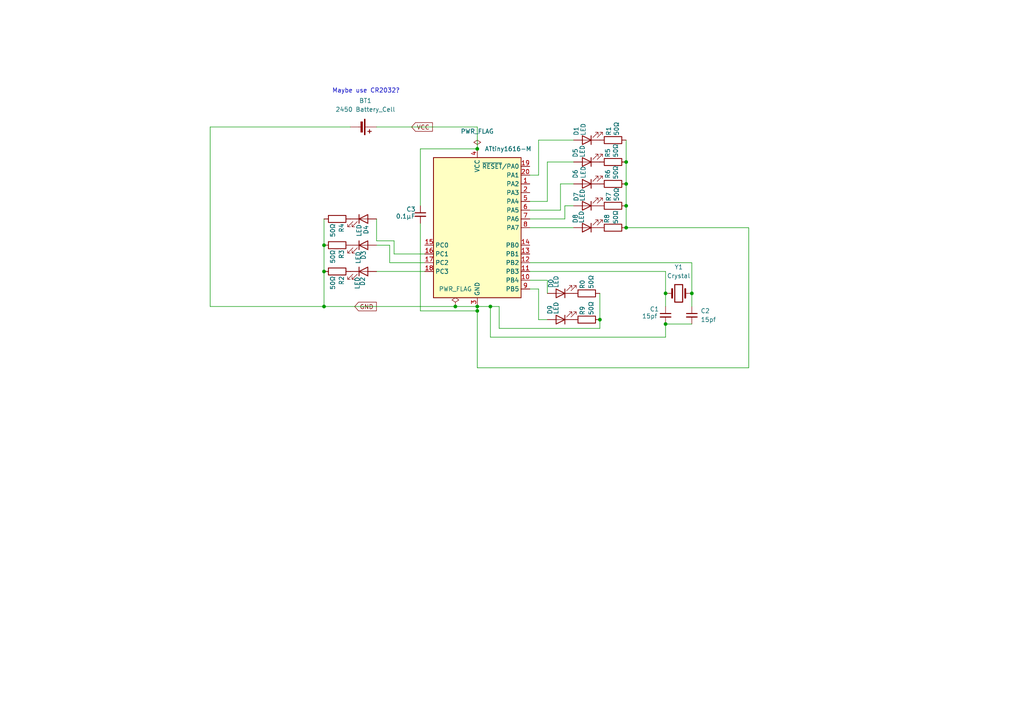
<source format=kicad_sch>
(kicad_sch
	(version 20250114)
	(generator "eeschema")
	(generator_version "9.0")
	(uuid "bc3b0f77-13c8-4ae5-b55c-5fe989ebeedc")
	(paper "A4")
	(lib_symbols
		(symbol "Device:Battery_Cell"
			(pin_numbers
				(hide yes)
			)
			(pin_names
				(offset 0)
				(hide yes)
			)
			(exclude_from_sim no)
			(in_bom yes)
			(on_board yes)
			(property "Reference" "BT"
				(at 2.54 2.54 0)
				(effects
					(font
						(size 1.27 1.27)
					)
					(justify left)
				)
			)
			(property "Value" "Battery_Cell"
				(at 2.54 0 0)
				(effects
					(font
						(size 1.27 1.27)
					)
					(justify left)
				)
			)
			(property "Footprint" ""
				(at 0 1.524 90)
				(effects
					(font
						(size 1.27 1.27)
					)
					(hide yes)
				)
			)
			(property "Datasheet" "~"
				(at 0 1.524 90)
				(effects
					(font
						(size 1.27 1.27)
					)
					(hide yes)
				)
			)
			(property "Description" "Single-cell battery"
				(at 0 0 0)
				(effects
					(font
						(size 1.27 1.27)
					)
					(hide yes)
				)
			)
			(property "ki_keywords" "battery cell"
				(at 0 0 0)
				(effects
					(font
						(size 1.27 1.27)
					)
					(hide yes)
				)
			)
			(symbol "Battery_Cell_0_1"
				(rectangle
					(start -2.286 1.778)
					(end 2.286 1.524)
					(stroke
						(width 0)
						(type default)
					)
					(fill
						(type outline)
					)
				)
				(rectangle
					(start -1.524 1.016)
					(end 1.524 0.508)
					(stroke
						(width 0)
						(type default)
					)
					(fill
						(type outline)
					)
				)
				(polyline
					(pts
						(xy 0 1.778) (xy 0 2.54)
					)
					(stroke
						(width 0)
						(type default)
					)
					(fill
						(type none)
					)
				)
				(polyline
					(pts
						(xy 0 0.762) (xy 0 0)
					)
					(stroke
						(width 0)
						(type default)
					)
					(fill
						(type none)
					)
				)
				(polyline
					(pts
						(xy 0.762 3.048) (xy 1.778 3.048)
					)
					(stroke
						(width 0.254)
						(type default)
					)
					(fill
						(type none)
					)
				)
				(polyline
					(pts
						(xy 1.27 3.556) (xy 1.27 2.54)
					)
					(stroke
						(width 0.254)
						(type default)
					)
					(fill
						(type none)
					)
				)
			)
			(symbol "Battery_Cell_1_1"
				(pin passive line
					(at 0 5.08 270)
					(length 2.54)
					(name "+"
						(effects
							(font
								(size 1.27 1.27)
							)
						)
					)
					(number "1"
						(effects
							(font
								(size 1.27 1.27)
							)
						)
					)
				)
				(pin passive line
					(at 0 -2.54 90)
					(length 2.54)
					(name "-"
						(effects
							(font
								(size 1.27 1.27)
							)
						)
					)
					(number "2"
						(effects
							(font
								(size 1.27 1.27)
							)
						)
					)
				)
			)
			(embedded_fonts no)
		)
		(symbol "Device:C_Small"
			(pin_numbers
				(hide yes)
			)
			(pin_names
				(offset 0.254)
				(hide yes)
			)
			(exclude_from_sim no)
			(in_bom yes)
			(on_board yes)
			(property "Reference" "C"
				(at 0.254 1.778 0)
				(effects
					(font
						(size 1.27 1.27)
					)
					(justify left)
				)
			)
			(property "Value" "C_Small"
				(at 0.254 -2.032 0)
				(effects
					(font
						(size 1.27 1.27)
					)
					(justify left)
				)
			)
			(property "Footprint" ""
				(at 0 0 0)
				(effects
					(font
						(size 1.27 1.27)
					)
					(hide yes)
				)
			)
			(property "Datasheet" "~"
				(at 0 0 0)
				(effects
					(font
						(size 1.27 1.27)
					)
					(hide yes)
				)
			)
			(property "Description" "Unpolarized capacitor, small symbol"
				(at 0 0 0)
				(effects
					(font
						(size 1.27 1.27)
					)
					(hide yes)
				)
			)
			(property "ki_keywords" "capacitor cap"
				(at 0 0 0)
				(effects
					(font
						(size 1.27 1.27)
					)
					(hide yes)
				)
			)
			(property "ki_fp_filters" "C_*"
				(at 0 0 0)
				(effects
					(font
						(size 1.27 1.27)
					)
					(hide yes)
				)
			)
			(symbol "C_Small_0_1"
				(polyline
					(pts
						(xy -1.524 0.508) (xy 1.524 0.508)
					)
					(stroke
						(width 0.3048)
						(type default)
					)
					(fill
						(type none)
					)
				)
				(polyline
					(pts
						(xy -1.524 -0.508) (xy 1.524 -0.508)
					)
					(stroke
						(width 0.3302)
						(type default)
					)
					(fill
						(type none)
					)
				)
			)
			(symbol "C_Small_1_1"
				(pin passive line
					(at 0 2.54 270)
					(length 2.032)
					(name "~"
						(effects
							(font
								(size 1.27 1.27)
							)
						)
					)
					(number "1"
						(effects
							(font
								(size 1.27 1.27)
							)
						)
					)
				)
				(pin passive line
					(at 0 -2.54 90)
					(length 2.032)
					(name "~"
						(effects
							(font
								(size 1.27 1.27)
							)
						)
					)
					(number "2"
						(effects
							(font
								(size 1.27 1.27)
							)
						)
					)
				)
			)
			(embedded_fonts no)
		)
		(symbol "Device:Crystal"
			(pin_numbers
				(hide yes)
			)
			(pin_names
				(offset 1.016)
				(hide yes)
			)
			(exclude_from_sim no)
			(in_bom yes)
			(on_board yes)
			(property "Reference" "Y"
				(at 0 3.81 0)
				(effects
					(font
						(size 1.27 1.27)
					)
				)
			)
			(property "Value" "Crystal"
				(at 0 -3.81 0)
				(effects
					(font
						(size 1.27 1.27)
					)
				)
			)
			(property "Footprint" ""
				(at 0 0 0)
				(effects
					(font
						(size 1.27 1.27)
					)
					(hide yes)
				)
			)
			(property "Datasheet" "~"
				(at 0 0 0)
				(effects
					(font
						(size 1.27 1.27)
					)
					(hide yes)
				)
			)
			(property "Description" "Two pin crystal"
				(at 0 0 0)
				(effects
					(font
						(size 1.27 1.27)
					)
					(hide yes)
				)
			)
			(property "ki_keywords" "quartz ceramic resonator oscillator"
				(at 0 0 0)
				(effects
					(font
						(size 1.27 1.27)
					)
					(hide yes)
				)
			)
			(property "ki_fp_filters" "Crystal*"
				(at 0 0 0)
				(effects
					(font
						(size 1.27 1.27)
					)
					(hide yes)
				)
			)
			(symbol "Crystal_0_1"
				(polyline
					(pts
						(xy -2.54 0) (xy -1.905 0)
					)
					(stroke
						(width 0)
						(type default)
					)
					(fill
						(type none)
					)
				)
				(polyline
					(pts
						(xy -1.905 -1.27) (xy -1.905 1.27)
					)
					(stroke
						(width 0.508)
						(type default)
					)
					(fill
						(type none)
					)
				)
				(rectangle
					(start -1.143 2.54)
					(end 1.143 -2.54)
					(stroke
						(width 0.3048)
						(type default)
					)
					(fill
						(type none)
					)
				)
				(polyline
					(pts
						(xy 1.905 -1.27) (xy 1.905 1.27)
					)
					(stroke
						(width 0.508)
						(type default)
					)
					(fill
						(type none)
					)
				)
				(polyline
					(pts
						(xy 2.54 0) (xy 1.905 0)
					)
					(stroke
						(width 0)
						(type default)
					)
					(fill
						(type none)
					)
				)
			)
			(symbol "Crystal_1_1"
				(pin passive line
					(at -3.81 0 0)
					(length 1.27)
					(name "1"
						(effects
							(font
								(size 1.27 1.27)
							)
						)
					)
					(number "1"
						(effects
							(font
								(size 1.27 1.27)
							)
						)
					)
				)
				(pin passive line
					(at 3.81 0 180)
					(length 1.27)
					(name "2"
						(effects
							(font
								(size 1.27 1.27)
							)
						)
					)
					(number "2"
						(effects
							(font
								(size 1.27 1.27)
							)
						)
					)
				)
			)
			(embedded_fonts no)
		)
		(symbol "Device:LED"
			(pin_numbers
				(hide yes)
			)
			(pin_names
				(offset 1.016)
				(hide yes)
			)
			(exclude_from_sim no)
			(in_bom yes)
			(on_board yes)
			(property "Reference" "D"
				(at 0 2.54 0)
				(effects
					(font
						(size 1.27 1.27)
					)
				)
			)
			(property "Value" "LED"
				(at 0 -2.54 0)
				(effects
					(font
						(size 1.27 1.27)
					)
				)
			)
			(property "Footprint" ""
				(at 0 0 0)
				(effects
					(font
						(size 1.27 1.27)
					)
					(hide yes)
				)
			)
			(property "Datasheet" "~"
				(at 0 0 0)
				(effects
					(font
						(size 1.27 1.27)
					)
					(hide yes)
				)
			)
			(property "Description" "Light emitting diode"
				(at 0 0 0)
				(effects
					(font
						(size 1.27 1.27)
					)
					(hide yes)
				)
			)
			(property "Sim.Pins" "1=K 2=A"
				(at 0 0 0)
				(effects
					(font
						(size 1.27 1.27)
					)
					(hide yes)
				)
			)
			(property "ki_keywords" "LED diode"
				(at 0 0 0)
				(effects
					(font
						(size 1.27 1.27)
					)
					(hide yes)
				)
			)
			(property "ki_fp_filters" "LED* LED_SMD:* LED_THT:*"
				(at 0 0 0)
				(effects
					(font
						(size 1.27 1.27)
					)
					(hide yes)
				)
			)
			(symbol "LED_0_1"
				(polyline
					(pts
						(xy -3.048 -0.762) (xy -4.572 -2.286) (xy -3.81 -2.286) (xy -4.572 -2.286) (xy -4.572 -1.524)
					)
					(stroke
						(width 0)
						(type default)
					)
					(fill
						(type none)
					)
				)
				(polyline
					(pts
						(xy -1.778 -0.762) (xy -3.302 -2.286) (xy -2.54 -2.286) (xy -3.302 -2.286) (xy -3.302 -1.524)
					)
					(stroke
						(width 0)
						(type default)
					)
					(fill
						(type none)
					)
				)
				(polyline
					(pts
						(xy -1.27 0) (xy 1.27 0)
					)
					(stroke
						(width 0)
						(type default)
					)
					(fill
						(type none)
					)
				)
				(polyline
					(pts
						(xy -1.27 -1.27) (xy -1.27 1.27)
					)
					(stroke
						(width 0.254)
						(type default)
					)
					(fill
						(type none)
					)
				)
				(polyline
					(pts
						(xy 1.27 -1.27) (xy 1.27 1.27) (xy -1.27 0) (xy 1.27 -1.27)
					)
					(stroke
						(width 0.254)
						(type default)
					)
					(fill
						(type none)
					)
				)
			)
			(symbol "LED_1_1"
				(pin passive line
					(at -3.81 0 0)
					(length 2.54)
					(name "K"
						(effects
							(font
								(size 1.27 1.27)
							)
						)
					)
					(number "1"
						(effects
							(font
								(size 1.27 1.27)
							)
						)
					)
				)
				(pin passive line
					(at 3.81 0 180)
					(length 2.54)
					(name "A"
						(effects
							(font
								(size 1.27 1.27)
							)
						)
					)
					(number "2"
						(effects
							(font
								(size 1.27 1.27)
							)
						)
					)
				)
			)
			(embedded_fonts no)
		)
		(symbol "Device:R"
			(pin_numbers
				(hide yes)
			)
			(pin_names
				(offset 0)
			)
			(exclude_from_sim no)
			(in_bom yes)
			(on_board yes)
			(property "Reference" "R"
				(at 2.032 0 90)
				(effects
					(font
						(size 1.27 1.27)
					)
				)
			)
			(property "Value" "R"
				(at 0 0 90)
				(effects
					(font
						(size 1.27 1.27)
					)
				)
			)
			(property "Footprint" ""
				(at -1.778 0 90)
				(effects
					(font
						(size 1.27 1.27)
					)
					(hide yes)
				)
			)
			(property "Datasheet" "~"
				(at 0 0 0)
				(effects
					(font
						(size 1.27 1.27)
					)
					(hide yes)
				)
			)
			(property "Description" "Resistor"
				(at 0 0 0)
				(effects
					(font
						(size 1.27 1.27)
					)
					(hide yes)
				)
			)
			(property "ki_keywords" "R res resistor"
				(at 0 0 0)
				(effects
					(font
						(size 1.27 1.27)
					)
					(hide yes)
				)
			)
			(property "ki_fp_filters" "R_*"
				(at 0 0 0)
				(effects
					(font
						(size 1.27 1.27)
					)
					(hide yes)
				)
			)
			(symbol "R_0_1"
				(rectangle
					(start -1.016 -2.54)
					(end 1.016 2.54)
					(stroke
						(width 0.254)
						(type default)
					)
					(fill
						(type none)
					)
				)
			)
			(symbol "R_1_1"
				(pin passive line
					(at 0 3.81 270)
					(length 1.27)
					(name "~"
						(effects
							(font
								(size 1.27 1.27)
							)
						)
					)
					(number "1"
						(effects
							(font
								(size 1.27 1.27)
							)
						)
					)
				)
				(pin passive line
					(at 0 -3.81 90)
					(length 1.27)
					(name "~"
						(effects
							(font
								(size 1.27 1.27)
							)
						)
					)
					(number "2"
						(effects
							(font
								(size 1.27 1.27)
							)
						)
					)
				)
			)
			(embedded_fonts no)
		)
		(symbol "MCU_Microchip_ATtiny:ATtiny1616-M"
			(exclude_from_sim no)
			(in_bom yes)
			(on_board yes)
			(property "Reference" "U"
				(at -12.7 21.59 0)
				(effects
					(font
						(size 1.27 1.27)
					)
					(justify left bottom)
				)
			)
			(property "Value" "ATtiny1616-M"
				(at 2.54 -21.59 0)
				(effects
					(font
						(size 1.27 1.27)
					)
					(justify left top)
				)
			)
			(property "Footprint" "Package_DFN_QFN:VQFN-20-1EP_3x3mm_P0.4mm_EP1.7x1.7mm"
				(at 0 0 0)
				(effects
					(font
						(size 1.27 1.27)
						(italic yes)
					)
					(hide yes)
				)
			)
			(property "Datasheet" "http://ww1.microchip.com/downloads/en/DeviceDoc/ATtiny3216_ATtiny1616-data-sheet-40001997B.pdf"
				(at 0 0 0)
				(effects
					(font
						(size 1.27 1.27)
					)
					(hide yes)
				)
			)
			(property "Description" "20MHz, 16kB Flash, 2kB SRAM, 256B EEPROM, VQFN-20"
				(at 0 0 0)
				(effects
					(font
						(size 1.27 1.27)
					)
					(hide yes)
				)
			)
			(property "ki_keywords" "AVR 8bit Microcontroller tinyAVR"
				(at 0 0 0)
				(effects
					(font
						(size 1.27 1.27)
					)
					(hide yes)
				)
			)
			(property "ki_fp_filters" "VQFN*1EP*3x3mm*P0.4mm*"
				(at 0 0 0)
				(effects
					(font
						(size 1.27 1.27)
					)
					(hide yes)
				)
			)
			(symbol "ATtiny1616-M_0_1"
				(rectangle
					(start -12.7 -20.32)
					(end 12.7 20.32)
					(stroke
						(width 0.254)
						(type default)
					)
					(fill
						(type background)
					)
				)
			)
			(symbol "ATtiny1616-M_1_1"
				(pin bidirectional line
					(at -15.24 -5.08 0)
					(length 2.54)
					(name "PC0"
						(effects
							(font
								(size 1.27 1.27)
							)
						)
					)
					(number "15"
						(effects
							(font
								(size 1.27 1.27)
							)
						)
					)
				)
				(pin bidirectional line
					(at -15.24 -7.62 0)
					(length 2.54)
					(name "PC1"
						(effects
							(font
								(size 1.27 1.27)
							)
						)
					)
					(number "16"
						(effects
							(font
								(size 1.27 1.27)
							)
						)
					)
				)
				(pin bidirectional line
					(at -15.24 -10.16 0)
					(length 2.54)
					(name "PC2"
						(effects
							(font
								(size 1.27 1.27)
							)
						)
					)
					(number "17"
						(effects
							(font
								(size 1.27 1.27)
							)
						)
					)
				)
				(pin bidirectional line
					(at -15.24 -12.7 0)
					(length 2.54)
					(name "PC3"
						(effects
							(font
								(size 1.27 1.27)
							)
						)
					)
					(number "18"
						(effects
							(font
								(size 1.27 1.27)
							)
						)
					)
				)
				(pin power_in line
					(at 0 22.86 270)
					(length 2.54)
					(name "VCC"
						(effects
							(font
								(size 1.27 1.27)
							)
						)
					)
					(number "4"
						(effects
							(font
								(size 1.27 1.27)
							)
						)
					)
				)
				(pin passive line
					(at 0 -22.86 90)
					(length 2.54)
					(hide yes)
					(name "GND"
						(effects
							(font
								(size 1.27 1.27)
							)
						)
					)
					(number "21"
						(effects
							(font
								(size 1.27 1.27)
							)
						)
					)
				)
				(pin power_in line
					(at 0 -22.86 90)
					(length 2.54)
					(name "GND"
						(effects
							(font
								(size 1.27 1.27)
							)
						)
					)
					(number "3"
						(effects
							(font
								(size 1.27 1.27)
							)
						)
					)
				)
				(pin bidirectional line
					(at 15.24 17.78 180)
					(length 2.54)
					(name "~{RESET}/PA0"
						(effects
							(font
								(size 1.27 1.27)
							)
						)
					)
					(number "19"
						(effects
							(font
								(size 1.27 1.27)
							)
						)
					)
				)
				(pin bidirectional line
					(at 15.24 15.24 180)
					(length 2.54)
					(name "PA1"
						(effects
							(font
								(size 1.27 1.27)
							)
						)
					)
					(number "20"
						(effects
							(font
								(size 1.27 1.27)
							)
						)
					)
				)
				(pin bidirectional line
					(at 15.24 12.7 180)
					(length 2.54)
					(name "PA2"
						(effects
							(font
								(size 1.27 1.27)
							)
						)
					)
					(number "1"
						(effects
							(font
								(size 1.27 1.27)
							)
						)
					)
				)
				(pin bidirectional line
					(at 15.24 10.16 180)
					(length 2.54)
					(name "PA3"
						(effects
							(font
								(size 1.27 1.27)
							)
						)
					)
					(number "2"
						(effects
							(font
								(size 1.27 1.27)
							)
						)
					)
				)
				(pin bidirectional line
					(at 15.24 7.62 180)
					(length 2.54)
					(name "PA4"
						(effects
							(font
								(size 1.27 1.27)
							)
						)
					)
					(number "5"
						(effects
							(font
								(size 1.27 1.27)
							)
						)
					)
				)
				(pin bidirectional line
					(at 15.24 5.08 180)
					(length 2.54)
					(name "PA5"
						(effects
							(font
								(size 1.27 1.27)
							)
						)
					)
					(number "6"
						(effects
							(font
								(size 1.27 1.27)
							)
						)
					)
				)
				(pin bidirectional line
					(at 15.24 2.54 180)
					(length 2.54)
					(name "PA6"
						(effects
							(font
								(size 1.27 1.27)
							)
						)
					)
					(number "7"
						(effects
							(font
								(size 1.27 1.27)
							)
						)
					)
				)
				(pin bidirectional line
					(at 15.24 0 180)
					(length 2.54)
					(name "PA7"
						(effects
							(font
								(size 1.27 1.27)
							)
						)
					)
					(number "8"
						(effects
							(font
								(size 1.27 1.27)
							)
						)
					)
				)
				(pin bidirectional line
					(at 15.24 -5.08 180)
					(length 2.54)
					(name "PB0"
						(effects
							(font
								(size 1.27 1.27)
							)
						)
					)
					(number "14"
						(effects
							(font
								(size 1.27 1.27)
							)
						)
					)
				)
				(pin bidirectional line
					(at 15.24 -7.62 180)
					(length 2.54)
					(name "PB1"
						(effects
							(font
								(size 1.27 1.27)
							)
						)
					)
					(number "13"
						(effects
							(font
								(size 1.27 1.27)
							)
						)
					)
				)
				(pin bidirectional line
					(at 15.24 -10.16 180)
					(length 2.54)
					(name "PB2"
						(effects
							(font
								(size 1.27 1.27)
							)
						)
					)
					(number "12"
						(effects
							(font
								(size 1.27 1.27)
							)
						)
					)
				)
				(pin bidirectional line
					(at 15.24 -12.7 180)
					(length 2.54)
					(name "PB3"
						(effects
							(font
								(size 1.27 1.27)
							)
						)
					)
					(number "11"
						(effects
							(font
								(size 1.27 1.27)
							)
						)
					)
				)
				(pin bidirectional line
					(at 15.24 -15.24 180)
					(length 2.54)
					(name "PB4"
						(effects
							(font
								(size 1.27 1.27)
							)
						)
					)
					(number "10"
						(effects
							(font
								(size 1.27 1.27)
							)
						)
					)
				)
				(pin bidirectional line
					(at 15.24 -17.78 180)
					(length 2.54)
					(name "PB5"
						(effects
							(font
								(size 1.27 1.27)
							)
						)
					)
					(number "9"
						(effects
							(font
								(size 1.27 1.27)
							)
						)
					)
				)
			)
			(embedded_fonts no)
		)
		(symbol "power:PWR_FLAG"
			(power)
			(pin_numbers
				(hide yes)
			)
			(pin_names
				(offset 0)
				(hide yes)
			)
			(exclude_from_sim no)
			(in_bom yes)
			(on_board yes)
			(property "Reference" "#FLG"
				(at 0 1.905 0)
				(effects
					(font
						(size 1.27 1.27)
					)
					(hide yes)
				)
			)
			(property "Value" "PWR_FLAG"
				(at 0 3.81 0)
				(effects
					(font
						(size 1.27 1.27)
					)
				)
			)
			(property "Footprint" ""
				(at 0 0 0)
				(effects
					(font
						(size 1.27 1.27)
					)
					(hide yes)
				)
			)
			(property "Datasheet" "~"
				(at 0 0 0)
				(effects
					(font
						(size 1.27 1.27)
					)
					(hide yes)
				)
			)
			(property "Description" "Special symbol for telling ERC where power comes from"
				(at 0 0 0)
				(effects
					(font
						(size 1.27 1.27)
					)
					(hide yes)
				)
			)
			(property "ki_keywords" "flag power"
				(at 0 0 0)
				(effects
					(font
						(size 1.27 1.27)
					)
					(hide yes)
				)
			)
			(symbol "PWR_FLAG_0_0"
				(pin power_out line
					(at 0 0 90)
					(length 0)
					(name "~"
						(effects
							(font
								(size 1.27 1.27)
							)
						)
					)
					(number "1"
						(effects
							(font
								(size 1.27 1.27)
							)
						)
					)
				)
			)
			(symbol "PWR_FLAG_0_1"
				(polyline
					(pts
						(xy 0 0) (xy 0 1.27) (xy -1.016 1.905) (xy 0 2.54) (xy 1.016 1.905) (xy 0 1.27)
					)
					(stroke
						(width 0)
						(type default)
					)
					(fill
						(type none)
					)
				)
			)
			(embedded_fonts no)
		)
	)
	(text "Maybe use CR2032?"
		(exclude_from_sim no)
		(at 106.172 26.416 0)
		(effects
			(font
				(size 1.27 1.27)
			)
		)
		(uuid "087d4dd8-0b4c-4459-b950-083bcd72ce7d")
	)
	(junction
		(at 138.43 90.17)
		(diameter 0)
		(color 0 0 0 0)
		(uuid "0f3fe6c4-51df-43c9-963c-661f5c182ac9")
	)
	(junction
		(at 181.61 53.34)
		(diameter 0)
		(color 0 0 0 0)
		(uuid "112b10ce-0fd8-4d29-8273-e9e26d2e1548")
	)
	(junction
		(at 181.61 59.69)
		(diameter 0)
		(color 0 0 0 0)
		(uuid "22af5db6-5b0a-464a-8acc-5e972d998867")
	)
	(junction
		(at 200.66 85.09)
		(diameter 0)
		(color 0 0 0 0)
		(uuid "292ff57a-5ca1-4ea0-9040-01522938cbd7")
	)
	(junction
		(at 181.61 66.04)
		(diameter 0)
		(color 0 0 0 0)
		(uuid "344a1ef5-1864-456e-ac17-7deb0551e17f")
	)
	(junction
		(at 138.43 88.9)
		(diameter 0)
		(color 0 0 0 0)
		(uuid "3f17c03d-105e-44d4-bc80-cb1b53c1299e")
	)
	(junction
		(at 93.98 78.74)
		(diameter 0)
		(color 0 0 0 0)
		(uuid "5957d78a-cd8f-4074-8319-50e8dc7716e6")
	)
	(junction
		(at 138.43 43.18)
		(diameter 0)
		(color 0 0 0 0)
		(uuid "6141ec4b-b9bc-4eeb-967c-80e1630fed32")
	)
	(junction
		(at 193.04 93.98)
		(diameter 0)
		(color 0 0 0 0)
		(uuid "62d199e3-4c8c-4752-aff7-48757caa01fd")
	)
	(junction
		(at 93.98 71.12)
		(diameter 0)
		(color 0 0 0 0)
		(uuid "87486f82-0013-4137-affd-58a9def49605")
	)
	(junction
		(at 193.04 85.09)
		(diameter 0)
		(color 0 0 0 0)
		(uuid "aa003893-2327-4965-8b61-f12e1c71c935")
	)
	(junction
		(at 132.08 88.9)
		(diameter 0)
		(color 0 0 0 0)
		(uuid "add5a9cb-5cb8-4b33-9606-5cc1791b0ab1")
	)
	(junction
		(at 93.98 88.9)
		(diameter 0)
		(color 0 0 0 0)
		(uuid "b1a00a89-c21d-4ebe-ba72-2be6d316d378")
	)
	(junction
		(at 181.61 46.99)
		(diameter 0)
		(color 0 0 0 0)
		(uuid "c68f7146-9960-4435-969a-907f96156fc1")
	)
	(junction
		(at 142.24 88.9)
		(diameter 0)
		(color 0 0 0 0)
		(uuid "dab266ca-6af2-4049-9bdd-3e5b91fb120f")
	)
	(junction
		(at 173.99 92.71)
		(diameter 0)
		(color 0 0 0 0)
		(uuid "eafe8ca8-897d-4c5e-9552-cb5fb615de39")
	)
	(wire
		(pts
			(xy 173.99 92.71) (xy 173.99 95.25)
		)
		(stroke
			(width 0)
			(type default)
		)
		(uuid "021df7aa-4ac6-4c68-abd5-0643921e12a5")
	)
	(wire
		(pts
			(xy 114.3 69.85) (xy 109.22 69.85)
		)
		(stroke
			(width 0)
			(type default)
		)
		(uuid "13af2112-9458-4702-a885-098739b5e6ae")
	)
	(wire
		(pts
			(xy 109.22 36.83) (xy 138.43 36.83)
		)
		(stroke
			(width 0)
			(type default)
		)
		(uuid "220271e7-99d6-4cef-a91c-f9dedc7da6bc")
	)
	(wire
		(pts
			(xy 153.67 60.96) (xy 162.56 60.96)
		)
		(stroke
			(width 0)
			(type default)
		)
		(uuid "24a5e9bb-f13f-486d-9e51-f83bde341116")
	)
	(wire
		(pts
			(xy 109.22 78.74) (xy 123.19 78.74)
		)
		(stroke
			(width 0)
			(type default)
		)
		(uuid "286bd985-37d5-4df2-8d4e-ac6f5ba8042e")
	)
	(wire
		(pts
			(xy 138.43 88.9) (xy 138.43 90.17)
		)
		(stroke
			(width 0)
			(type default)
		)
		(uuid "28fc46f7-896b-499b-a598-66888fb4014b")
	)
	(wire
		(pts
			(xy 132.08 88.9) (xy 138.43 88.9)
		)
		(stroke
			(width 0)
			(type default)
		)
		(uuid "2a1b8306-751a-44f6-8995-f5790a664f17")
	)
	(wire
		(pts
			(xy 200.66 85.09) (xy 200.66 88.9)
		)
		(stroke
			(width 0)
			(type default)
		)
		(uuid "2b8a9f40-f147-4148-8760-be891f6d2c47")
	)
	(wire
		(pts
			(xy 60.96 88.9) (xy 60.96 36.83)
		)
		(stroke
			(width 0)
			(type default)
		)
		(uuid "2df19696-dfbf-4f25-9ec1-f666163ad6c2")
	)
	(wire
		(pts
			(xy 217.17 66.04) (xy 217.17 106.68)
		)
		(stroke
			(width 0)
			(type default)
		)
		(uuid "2ea68d8c-9fa2-41b4-970d-e6b200e53f36")
	)
	(wire
		(pts
			(xy 153.67 81.28) (xy 158.75 81.28)
		)
		(stroke
			(width 0)
			(type default)
		)
		(uuid "31b79c8f-bb1a-47a5-9f03-b18b67383a91")
	)
	(wire
		(pts
			(xy 162.56 53.34) (xy 166.37 53.34)
		)
		(stroke
			(width 0)
			(type default)
		)
		(uuid "382b5cc1-8e47-4509-9094-9b9dfaeec4dc")
	)
	(wire
		(pts
			(xy 93.98 88.9) (xy 132.08 88.9)
		)
		(stroke
			(width 0)
			(type default)
		)
		(uuid "3b367c43-f959-480e-8cd5-f0149928192d")
	)
	(wire
		(pts
			(xy 113.03 71.12) (xy 109.22 71.12)
		)
		(stroke
			(width 0)
			(type default)
		)
		(uuid "3c1f5c37-26f1-4a4d-88aa-90c5373f1c8d")
	)
	(wire
		(pts
			(xy 156.21 50.8) (xy 156.21 40.64)
		)
		(stroke
			(width 0)
			(type default)
		)
		(uuid "428aea05-2cfe-41f2-979a-3c58d6656c04")
	)
	(wire
		(pts
			(xy 144.78 88.9) (xy 142.24 88.9)
		)
		(stroke
			(width 0)
			(type default)
		)
		(uuid "49eeed45-d295-4fa6-9052-9e2267d90f3c")
	)
	(wire
		(pts
			(xy 162.56 60.96) (xy 162.56 53.34)
		)
		(stroke
			(width 0)
			(type default)
		)
		(uuid "4cf6ecf2-c3a8-4961-9d18-e9aac50aedc0")
	)
	(wire
		(pts
			(xy 153.67 58.42) (xy 158.75 58.42)
		)
		(stroke
			(width 0)
			(type default)
		)
		(uuid "4f35821c-5980-4b3b-9663-022dc7613c94")
	)
	(wire
		(pts
			(xy 121.92 43.18) (xy 121.92 59.69)
		)
		(stroke
			(width 0)
			(type default)
		)
		(uuid "4f7800ab-22a6-4df3-8aef-2c1ca99bdfe7")
	)
	(wire
		(pts
			(xy 181.61 59.69) (xy 181.61 66.04)
		)
		(stroke
			(width 0)
			(type default)
		)
		(uuid "5006d2e9-7fc7-47f9-bc20-cab04a81c46f")
	)
	(wire
		(pts
			(xy 142.24 88.9) (xy 138.43 88.9)
		)
		(stroke
			(width 0)
			(type default)
		)
		(uuid "52ce9e7d-d744-47e5-a90e-7c53d5ec8f78")
	)
	(wire
		(pts
			(xy 138.43 36.83) (xy 138.43 43.18)
		)
		(stroke
			(width 0)
			(type default)
		)
		(uuid "5ada20fd-cec3-4978-a270-ef9e242dbc47")
	)
	(wire
		(pts
			(xy 158.75 46.99) (xy 166.37 46.99)
		)
		(stroke
			(width 0)
			(type default)
		)
		(uuid "5b00c19f-5b63-4782-b87b-f91bdb35745d")
	)
	(wire
		(pts
			(xy 109.22 63.5) (xy 109.22 69.85)
		)
		(stroke
			(width 0)
			(type default)
		)
		(uuid "5ba77888-242c-437c-bd53-e6b5efcf92e6")
	)
	(wire
		(pts
			(xy 123.19 73.66) (xy 114.3 73.66)
		)
		(stroke
			(width 0)
			(type default)
		)
		(uuid "5c928051-b9ac-4d74-9fc0-46915fd3ac85")
	)
	(wire
		(pts
			(xy 156.21 92.71) (xy 158.75 92.71)
		)
		(stroke
			(width 0)
			(type default)
		)
		(uuid "5d54e863-c5ea-4b28-b4ee-df9c5bc58095")
	)
	(wire
		(pts
			(xy 153.67 76.2) (xy 200.66 76.2)
		)
		(stroke
			(width 0)
			(type default)
		)
		(uuid "5d9e9460-ff57-419a-a8e6-23b552b59003")
	)
	(wire
		(pts
			(xy 144.78 95.25) (xy 144.78 88.9)
		)
		(stroke
			(width 0)
			(type default)
		)
		(uuid "5da84d1e-e7e6-493e-8a37-d99d1a22de99")
	)
	(wire
		(pts
			(xy 193.04 97.79) (xy 142.24 97.79)
		)
		(stroke
			(width 0)
			(type default)
		)
		(uuid "647941d5-1016-49f9-a6f0-010df620b570")
	)
	(wire
		(pts
			(xy 158.75 81.28) (xy 158.75 85.09)
		)
		(stroke
			(width 0)
			(type default)
		)
		(uuid "6ef3b471-06a7-4cf5-8e0b-6ab6d400cb16")
	)
	(wire
		(pts
			(xy 114.3 73.66) (xy 114.3 69.85)
		)
		(stroke
			(width 0)
			(type default)
		)
		(uuid "75bc5a16-d78c-45b0-a659-83caabce3bc8")
	)
	(wire
		(pts
			(xy 193.04 93.98) (xy 200.66 93.98)
		)
		(stroke
			(width 0)
			(type default)
		)
		(uuid "7824c499-d356-48d4-83d8-ba59add474b5")
	)
	(wire
		(pts
			(xy 60.96 36.83) (xy 101.6 36.83)
		)
		(stroke
			(width 0)
			(type default)
		)
		(uuid "7f8ed30b-5fd6-4cea-9ef1-aa9c4b3b5652")
	)
	(wire
		(pts
			(xy 173.99 85.09) (xy 173.99 92.71)
		)
		(stroke
			(width 0)
			(type default)
		)
		(uuid "804c68fa-39d5-4d84-8bf3-275b7a0c1389")
	)
	(wire
		(pts
			(xy 163.83 59.69) (xy 166.37 59.69)
		)
		(stroke
			(width 0)
			(type default)
		)
		(uuid "8a3c37f8-e721-44ca-8830-75aeeeea20bb")
	)
	(wire
		(pts
			(xy 181.61 66.04) (xy 217.17 66.04)
		)
		(stroke
			(width 0)
			(type default)
		)
		(uuid "8c4be5d6-afa4-43da-9870-453ee9ab6f82")
	)
	(wire
		(pts
			(xy 93.98 63.5) (xy 93.98 71.12)
		)
		(stroke
			(width 0)
			(type default)
		)
		(uuid "8f6c7c35-7749-4386-91cb-fbcdc957cbf9")
	)
	(wire
		(pts
			(xy 93.98 71.12) (xy 93.98 78.74)
		)
		(stroke
			(width 0)
			(type default)
		)
		(uuid "917f895f-fb89-4d7d-8224-10e880366a85")
	)
	(wire
		(pts
			(xy 193.04 93.98) (xy 193.04 97.79)
		)
		(stroke
			(width 0)
			(type default)
		)
		(uuid "9834b539-0495-40b5-a64b-50375680707f")
	)
	(wire
		(pts
			(xy 181.61 46.99) (xy 181.61 53.34)
		)
		(stroke
			(width 0)
			(type default)
		)
		(uuid "9c23afcf-dee0-4aab-a488-ba8003691dff")
	)
	(wire
		(pts
			(xy 193.04 85.09) (xy 193.04 88.9)
		)
		(stroke
			(width 0)
			(type default)
		)
		(uuid "9eaa28ef-1fbc-47a3-b532-9694a626b86b")
	)
	(wire
		(pts
			(xy 193.04 78.74) (xy 193.04 85.09)
		)
		(stroke
			(width 0)
			(type default)
		)
		(uuid "a531e351-1130-4338-aef7-ce32f55b516a")
	)
	(wire
		(pts
			(xy 158.75 58.42) (xy 158.75 46.99)
		)
		(stroke
			(width 0)
			(type default)
		)
		(uuid "a560e560-51bd-4c0c-8408-4e847cd0c292")
	)
	(wire
		(pts
			(xy 138.43 106.68) (xy 217.17 106.68)
		)
		(stroke
			(width 0)
			(type default)
		)
		(uuid "a96e4da3-ca1b-4876-b1a0-099cf0ac104b")
	)
	(wire
		(pts
			(xy 123.19 76.2) (xy 113.03 76.2)
		)
		(stroke
			(width 0)
			(type default)
		)
		(uuid "aaeee1e3-5023-4d28-b4ba-e2d6a1f6e949")
	)
	(wire
		(pts
			(xy 153.67 63.5) (xy 163.83 63.5)
		)
		(stroke
			(width 0)
			(type default)
		)
		(uuid "ae19399e-6b94-4978-95c7-003c3fd2c58b")
	)
	(wire
		(pts
			(xy 153.67 66.04) (xy 166.37 66.04)
		)
		(stroke
			(width 0)
			(type default)
		)
		(uuid "aedc66f4-854b-409f-9a16-7edd4d30a3c1")
	)
	(wire
		(pts
			(xy 153.67 78.74) (xy 193.04 78.74)
		)
		(stroke
			(width 0)
			(type default)
		)
		(uuid "b44c51f8-55a4-45ca-8e14-32b2955aee6a")
	)
	(wire
		(pts
			(xy 156.21 40.64) (xy 166.37 40.64)
		)
		(stroke
			(width 0)
			(type default)
		)
		(uuid "b59b44ef-6540-472b-a401-5e5d4d5f90ce")
	)
	(wire
		(pts
			(xy 156.21 83.82) (xy 156.21 92.71)
		)
		(stroke
			(width 0)
			(type default)
		)
		(uuid "be0314ad-0628-48db-b4cc-fdb04157bbb8")
	)
	(wire
		(pts
			(xy 181.61 40.64) (xy 181.61 46.99)
		)
		(stroke
			(width 0)
			(type default)
		)
		(uuid "c20ee1a4-ae13-4b94-a8a0-f9ee737814f8")
	)
	(wire
		(pts
			(xy 200.66 76.2) (xy 200.66 85.09)
		)
		(stroke
			(width 0)
			(type default)
		)
		(uuid "c2b71d00-6eb5-45b0-a39e-6f51554c65b6")
	)
	(wire
		(pts
			(xy 121.92 64.77) (xy 121.92 90.17)
		)
		(stroke
			(width 0)
			(type default)
		)
		(uuid "c8cfc783-f02c-4a0e-877f-2314c09b256c")
	)
	(wire
		(pts
			(xy 153.67 83.82) (xy 156.21 83.82)
		)
		(stroke
			(width 0)
			(type default)
		)
		(uuid "ce8bfe92-c8a6-47a7-8e15-6cc363375421")
	)
	(wire
		(pts
			(xy 138.43 90.17) (xy 138.43 106.68)
		)
		(stroke
			(width 0)
			(type default)
		)
		(uuid "d371936e-fd5d-4a18-b51f-1c988b66e947")
	)
	(wire
		(pts
			(xy 121.92 90.17) (xy 138.43 90.17)
		)
		(stroke
			(width 0)
			(type default)
		)
		(uuid "d3b7f3ab-e61b-4ada-83b0-b477898ca784")
	)
	(wire
		(pts
			(xy 142.24 97.79) (xy 142.24 88.9)
		)
		(stroke
			(width 0)
			(type default)
		)
		(uuid "d890b66d-6d81-4f85-adfa-09639bd895e9")
	)
	(wire
		(pts
			(xy 163.83 63.5) (xy 163.83 59.69)
		)
		(stroke
			(width 0)
			(type default)
		)
		(uuid "d90b081f-2a55-4e1b-bd51-fbfcb9fc6b2e")
	)
	(wire
		(pts
			(xy 93.98 78.74) (xy 93.98 88.9)
		)
		(stroke
			(width 0)
			(type default)
		)
		(uuid "d993023a-0dbd-4223-8891-560e57b60de1")
	)
	(wire
		(pts
			(xy 113.03 76.2) (xy 113.03 71.12)
		)
		(stroke
			(width 0)
			(type default)
		)
		(uuid "dc007475-ef6a-439e-98c4-532ca50ec066")
	)
	(wire
		(pts
			(xy 60.96 88.9) (xy 93.98 88.9)
		)
		(stroke
			(width 0)
			(type default)
		)
		(uuid "dcd0a9a6-78f1-4dff-b774-d0918a9e19a6")
	)
	(wire
		(pts
			(xy 153.67 50.8) (xy 156.21 50.8)
		)
		(stroke
			(width 0)
			(type default)
		)
		(uuid "dcf870ad-b42f-4ed3-ae7e-022cdc40d2a3")
	)
	(wire
		(pts
			(xy 138.43 43.18) (xy 121.92 43.18)
		)
		(stroke
			(width 0)
			(type default)
		)
		(uuid "e6be0cf9-5d4f-4517-92e2-564bc1cd5afe")
	)
	(wire
		(pts
			(xy 181.61 53.34) (xy 181.61 59.69)
		)
		(stroke
			(width 0)
			(type default)
		)
		(uuid "e9da529a-1023-4ad1-a32a-30a02269f385")
	)
	(wire
		(pts
			(xy 173.99 95.25) (xy 144.78 95.25)
		)
		(stroke
			(width 0)
			(type default)
		)
		(uuid "f8f84236-535e-495b-8be7-f74f5e399c6f")
	)
	(global_label "VCC"
		(shape input)
		(at 119.38 36.83 0)
		(fields_autoplaced yes)
		(effects
			(font
				(size 1.27 1.27)
			)
			(justify left)
		)
		(uuid "3fb6c1f4-cae8-42d0-a041-3468e9fbc8c9")
		(property "Intersheetrefs" "${INTERSHEET_REFS}"
			(at 125.9938 36.83 0)
			(effects
				(font
					(size 1.27 1.27)
				)
				(justify left)
				(hide yes)
			)
		)
	)
	(global_label "GND"
		(shape input)
		(at 102.87 88.9 0)
		(fields_autoplaced yes)
		(effects
			(font
				(size 1.27 1.27)
			)
			(justify left)
		)
		(uuid "6191c8ef-1eb6-415d-9a74-fb03847d61df")
		(property "Intersheetrefs" "${INTERSHEET_REFS}"
			(at 109.7257 88.9 0)
			(effects
				(font
					(size 1.27 1.27)
				)
				(justify left)
				(hide yes)
			)
		)
	)
	(symbol
		(lib_id "Device:R")
		(at 177.8 46.99 90)
		(unit 1)
		(exclude_from_sim no)
		(in_bom yes)
		(on_board yes)
		(dnp no)
		(uuid "0dc2b8aa-589d-4814-a95d-f944303b46d0")
		(property "Reference" "R5"
			(at 176.276 45.72 0)
			(effects
				(font
					(size 1.27 1.27)
				)
				(justify left)
			)
		)
		(property "Value" "50Ω"
			(at 178.562 45.72 0)
			(effects
				(font
					(size 1.27 1.27)
				)
				(justify left)
			)
		)
		(property "Footprint" "Resistor_SMD:R_0603_1608Metric"
			(at 177.8 48.768 90)
			(effects
				(font
					(size 1.27 1.27)
				)
				(hide yes)
			)
		)
		(property "Datasheet" "~"
			(at 177.8 46.99 0)
			(effects
				(font
					(size 1.27 1.27)
				)
				(hide yes)
			)
		)
		(property "Description" "Resistor"
			(at 177.8 46.99 0)
			(effects
				(font
					(size 1.27 1.27)
				)
				(hide yes)
			)
		)
		(pin "2"
			(uuid "2f0bc0ef-29b0-4a47-83a3-300dc488c8ab")
		)
		(pin "1"
			(uuid "d9ea5bb3-1eb0-48e6-b59b-e7fa556e6266")
		)
		(instances
			(project ""
				(path "/bc3b0f77-13c8-4ae5-b55c-5fe989ebeedc"
					(reference "R5")
					(unit 1)
				)
			)
		)
	)
	(symbol
		(lib_id "Device:C_Small")
		(at 193.04 91.44 0)
		(unit 1)
		(exclude_from_sim no)
		(in_bom yes)
		(on_board yes)
		(dnp no)
		(uuid "11e168e5-5352-4176-a104-5b9450bf34af")
		(property "Reference" "C1"
			(at 188.468 89.662 0)
			(effects
				(font
					(size 1.27 1.27)
				)
				(justify left)
			)
		)
		(property "Value" "15pf"
			(at 186.182 91.694 0)
			(effects
				(font
					(size 1.27 1.27)
				)
				(justify left)
			)
		)
		(property "Footprint" "Capacitor_SMD:C_0603_1608Metric"
			(at 193.04 91.44 0)
			(effects
				(font
					(size 1.27 1.27)
				)
				(hide yes)
			)
		)
		(property "Datasheet" "~"
			(at 193.04 91.44 0)
			(effects
				(font
					(size 1.27 1.27)
				)
				(hide yes)
			)
		)
		(property "Description" "Unpolarized capacitor, small symbol"
			(at 193.04 91.44 0)
			(effects
				(font
					(size 1.27 1.27)
				)
				(hide yes)
			)
		)
		(pin "2"
			(uuid "3050f1ce-a8ac-469a-a9cd-cb1699490067")
		)
		(pin "1"
			(uuid "1e74b06f-a1cd-4718-8809-fac7a277dc11")
		)
		(instances
			(project ""
				(path "/bc3b0f77-13c8-4ae5-b55c-5fe989ebeedc"
					(reference "C1")
					(unit 1)
				)
			)
		)
	)
	(symbol
		(lib_id "Device:R")
		(at 97.79 71.12 270)
		(unit 1)
		(exclude_from_sim no)
		(in_bom yes)
		(on_board yes)
		(dnp no)
		(uuid "207b7db5-d9aa-49b9-924d-e25a9a0ed378")
		(property "Reference" "R3"
			(at 99.06 72.39 0)
			(effects
				(font
					(size 1.27 1.27)
				)
				(justify left)
			)
		)
		(property "Value" "50Ω"
			(at 96.52 72.39 0)
			(effects
				(font
					(size 1.27 1.27)
				)
				(justify left)
			)
		)
		(property "Footprint" "Resistor_SMD:R_0603_1608Metric"
			(at 97.79 69.342 90)
			(effects
				(font
					(size 1.27 1.27)
				)
				(hide yes)
			)
		)
		(property "Datasheet" "~"
			(at 97.79 71.12 0)
			(effects
				(font
					(size 1.27 1.27)
				)
				(hide yes)
			)
		)
		(property "Description" "Resistor"
			(at 97.79 71.12 0)
			(effects
				(font
					(size 1.27 1.27)
				)
				(hide yes)
			)
		)
		(pin "1"
			(uuid "1cb0dbae-33d2-4121-8c11-2556c67c856c")
		)
		(pin "2"
			(uuid "6f54097a-d9d0-4fe5-a461-70497938c67c")
		)
		(instances
			(project ""
				(path "/bc3b0f77-13c8-4ae5-b55c-5fe989ebeedc"
					(reference "R3")
					(unit 1)
				)
			)
		)
	)
	(symbol
		(lib_id "Device:LED")
		(at 170.18 40.64 180)
		(unit 1)
		(exclude_from_sim no)
		(in_bom yes)
		(on_board yes)
		(dnp no)
		(uuid "2e90d7a0-032b-4165-ad93-182ded3fb922")
		(property "Reference" "D1"
			(at 167.132 39.37 90)
			(effects
				(font
					(size 1.27 1.27)
				)
				(justify right)
			)
		)
		(property "Value" "LED"
			(at 169.164 39.37 90)
			(effects
				(font
					(size 1.27 1.27)
				)
				(justify right)
			)
		)
		(property "Footprint" "LED_SMD:LED_0603_1608Metric"
			(at 170.18 40.64 0)
			(effects
				(font
					(size 1.27 1.27)
				)
				(hide yes)
			)
		)
		(property "Datasheet" "~"
			(at 170.18 40.64 0)
			(effects
				(font
					(size 1.27 1.27)
				)
				(hide yes)
			)
		)
		(property "Description" "Light emitting diode"
			(at 170.18 40.64 0)
			(effects
				(font
					(size 1.27 1.27)
				)
				(hide yes)
			)
		)
		(property "Sim.Pins" "1=K 2=A"
			(at 170.18 40.64 0)
			(effects
				(font
					(size 1.27 1.27)
				)
				(hide yes)
			)
		)
		(pin "1"
			(uuid "c19de7ea-1d09-4ae8-b773-85105fbc5efd")
		)
		(pin "2"
			(uuid "7ca7af7c-4887-48e9-a3fe-899e26f92a48")
		)
		(instances
			(project ""
				(path "/bc3b0f77-13c8-4ae5-b55c-5fe989ebeedc"
					(reference "D1")
					(unit 1)
				)
			)
		)
	)
	(symbol
		(lib_id "Device:LED")
		(at 170.18 59.69 180)
		(unit 1)
		(exclude_from_sim no)
		(in_bom yes)
		(on_board yes)
		(dnp no)
		(uuid "40e0e31d-424a-4bee-b55e-9fdc920b6758")
		(property "Reference" "D7"
			(at 167.132 58.42 90)
			(effects
				(font
					(size 1.27 1.27)
				)
				(justify right)
			)
		)
		(property "Value" "LED"
			(at 168.91 58.42 90)
			(effects
				(font
					(size 1.27 1.27)
				)
				(justify right)
			)
		)
		(property "Footprint" "LED_SMD:LED_0603_1608Metric"
			(at 170.18 59.69 0)
			(effects
				(font
					(size 1.27 1.27)
				)
				(hide yes)
			)
		)
		(property "Datasheet" "~"
			(at 170.18 59.69 0)
			(effects
				(font
					(size 1.27 1.27)
				)
				(hide yes)
			)
		)
		(property "Description" "Light emitting diode"
			(at 170.18 59.69 0)
			(effects
				(font
					(size 1.27 1.27)
				)
				(hide yes)
			)
		)
		(property "Sim.Pins" "1=K 2=A"
			(at 170.18 59.69 0)
			(effects
				(font
					(size 1.27 1.27)
				)
				(hide yes)
			)
		)
		(pin "1"
			(uuid "b5a38613-6aef-46e1-80de-8e6679122daf")
		)
		(pin "2"
			(uuid "e6aa2f1e-de88-48a0-bef6-691ab625bb46")
		)
		(instances
			(project ""
				(path "/bc3b0f77-13c8-4ae5-b55c-5fe989ebeedc"
					(reference "D7")
					(unit 1)
				)
			)
		)
	)
	(symbol
		(lib_id "Device:Crystal")
		(at 196.85 85.09 180)
		(unit 1)
		(exclude_from_sim no)
		(in_bom yes)
		(on_board yes)
		(dnp no)
		(fields_autoplaced yes)
		(uuid "553a59d6-1edd-4baf-ad42-d5cd1ca16dbc")
		(property "Reference" "Y1"
			(at 196.85 77.47 0)
			(effects
				(font
					(size 1.27 1.27)
				)
			)
		)
		(property "Value" "Crystal"
			(at 196.85 80.01 0)
			(effects
				(font
					(size 1.27 1.27)
				)
			)
		)
		(property "Footprint" "Library:FC31M2-32.768-NTLNNDTL"
			(at 196.85 85.09 0)
			(effects
				(font
					(size 1.27 1.27)
				)
				(hide yes)
			)
		)
		(property "Datasheet" "~"
			(at 196.85 85.09 0)
			(effects
				(font
					(size 1.27 1.27)
				)
				(hide yes)
			)
		)
		(property "Description" "Two pin crystal"
			(at 196.85 85.09 0)
			(effects
				(font
					(size 1.27 1.27)
				)
				(hide yes)
			)
		)
		(pin "1"
			(uuid "90bb5ff3-1434-4194-b8d6-eba5a9d88d55")
		)
		(pin "2"
			(uuid "79fdd159-26f4-4022-bed5-3db46f77ab30")
		)
		(instances
			(project ""
				(path "/bc3b0f77-13c8-4ae5-b55c-5fe989ebeedc"
					(reference "Y1")
					(unit 1)
				)
			)
		)
	)
	(symbol
		(lib_id "Device:LED")
		(at 170.18 53.34 180)
		(unit 1)
		(exclude_from_sim no)
		(in_bom yes)
		(on_board yes)
		(dnp no)
		(uuid "5dff6fb4-56f3-4513-8f58-fa34acd0b792")
		(property "Reference" "D6"
			(at 166.878 51.816 90)
			(effects
				(font
					(size 1.27 1.27)
				)
				(justify right)
			)
		)
		(property "Value" "LED"
			(at 169.164 51.816 90)
			(effects
				(font
					(size 1.27 1.27)
				)
				(justify right)
			)
		)
		(property "Footprint" "LED_SMD:LED_0603_1608Metric"
			(at 170.18 53.34 0)
			(effects
				(font
					(size 1.27 1.27)
				)
				(hide yes)
			)
		)
		(property "Datasheet" "~"
			(at 170.18 53.34 0)
			(effects
				(font
					(size 1.27 1.27)
				)
				(hide yes)
			)
		)
		(property "Description" "Light emitting diode"
			(at 170.18 53.34 0)
			(effects
				(font
					(size 1.27 1.27)
				)
				(hide yes)
			)
		)
		(property "Sim.Pins" "1=K 2=A"
			(at 170.18 53.34 0)
			(effects
				(font
					(size 1.27 1.27)
				)
				(hide yes)
			)
		)
		(pin "2"
			(uuid "1cc0a969-07a3-42df-9070-b4badcadb554")
		)
		(pin "1"
			(uuid "f21b3350-400e-46e2-a37c-a36158d0578b")
		)
		(instances
			(project ""
				(path "/bc3b0f77-13c8-4ae5-b55c-5fe989ebeedc"
					(reference "D6")
					(unit 1)
				)
			)
		)
	)
	(symbol
		(lib_id "Device:R")
		(at 170.18 85.09 90)
		(unit 1)
		(exclude_from_sim no)
		(in_bom yes)
		(on_board yes)
		(dnp no)
		(uuid "66d28e44-8ec5-4e75-8f37-b2c6d074e52d")
		(property "Reference" "R0"
			(at 168.91 83.82 0)
			(effects
				(font
					(size 1.27 1.27)
				)
				(justify left)
			)
		)
		(property "Value" "50Ω"
			(at 171.45 83.82 0)
			(effects
				(font
					(size 1.27 1.27)
				)
				(justify left)
			)
		)
		(property "Footprint" "Resistor_SMD:R_0603_1608Metric"
			(at 170.18 86.868 90)
			(effects
				(font
					(size 1.27 1.27)
				)
				(hide yes)
			)
		)
		(property "Datasheet" "~"
			(at 170.18 85.09 0)
			(effects
				(font
					(size 1.27 1.27)
				)
				(hide yes)
			)
		)
		(property "Description" "Resistor"
			(at 170.18 85.09 0)
			(effects
				(font
					(size 1.27 1.27)
				)
				(hide yes)
			)
		)
		(pin "1"
			(uuid "ccdbca24-0615-4fdf-98c1-08ae7ac60641")
		)
		(pin "2"
			(uuid "f435a669-5670-411d-aa38-bea20675bf51")
		)
		(instances
			(project ""
				(path "/bc3b0f77-13c8-4ae5-b55c-5fe989ebeedc"
					(reference "R0")
					(unit 1)
				)
			)
		)
	)
	(symbol
		(lib_id "Device:C_Small")
		(at 121.92 62.23 0)
		(unit 1)
		(exclude_from_sim no)
		(in_bom yes)
		(on_board yes)
		(dnp no)
		(uuid "67632485-4eba-4049-bd36-0044791cea22")
		(property "Reference" "C3"
			(at 117.856 60.706 0)
			(effects
				(font
					(size 1.27 1.27)
				)
				(justify left)
			)
		)
		(property "Value" "0.1 µF"
			(at 114.808 62.738 0)
			(effects
				(font
					(size 1.27 1.27)
				)
				(justify left)
			)
		)
		(property "Footprint" "Capacitor_SMD:C_0201_0603Metric"
			(at 121.92 62.23 0)
			(effects
				(font
					(size 1.27 1.27)
				)
				(hide yes)
			)
		)
		(property "Datasheet" "~"
			(at 121.92 62.23 0)
			(effects
				(font
					(size 1.27 1.27)
				)
				(hide yes)
			)
		)
		(property "Description" "Unpolarized capacitor, small symbol"
			(at 121.92 62.23 0)
			(effects
				(font
					(size 1.27 1.27)
				)
				(hide yes)
			)
		)
		(pin "2"
			(uuid "ea4af957-7bcc-4758-bf0c-1fa66dd5cd19")
		)
		(pin "1"
			(uuid "f3c282ae-af47-45aa-a9ad-fa0788679028")
		)
		(instances
			(project ""
				(path "/bc3b0f77-13c8-4ae5-b55c-5fe989ebeedc"
					(reference "C3")
					(unit 1)
				)
			)
		)
	)
	(symbol
		(lib_id "Device:LED")
		(at 105.41 78.74 0)
		(unit 1)
		(exclude_from_sim no)
		(in_bom yes)
		(on_board yes)
		(dnp no)
		(uuid "752a835a-e2f4-4742-a0f0-52cd9873b689")
		(property "Reference" "D2"
			(at 105.156 80.264 90)
			(effects
				(font
					(size 1.27 1.27)
				)
				(justify right)
			)
		)
		(property "Value" "LED"
			(at 103.632 80.264 90)
			(effects
				(font
					(size 1.27 1.27)
				)
				(justify right)
			)
		)
		(property "Footprint" "LED_SMD:LED_0603_1608Metric"
			(at 105.41 78.74 0)
			(effects
				(font
					(size 1.27 1.27)
				)
				(hide yes)
			)
		)
		(property "Datasheet" "~"
			(at 105.41 78.74 0)
			(effects
				(font
					(size 1.27 1.27)
				)
				(hide yes)
			)
		)
		(property "Description" "Light emitting diode"
			(at 105.41 78.74 0)
			(effects
				(font
					(size 1.27 1.27)
				)
				(hide yes)
			)
		)
		(property "Sim.Pins" "1=K 2=A"
			(at 105.41 78.74 0)
			(effects
				(font
					(size 1.27 1.27)
				)
				(hide yes)
			)
		)
		(pin "1"
			(uuid "9b1f88f6-854b-445f-aeea-02c64e1fd1f8")
		)
		(pin "2"
			(uuid "3fd35813-4ea1-44e7-a89a-4f8009b38485")
		)
		(instances
			(project ""
				(path "/bc3b0f77-13c8-4ae5-b55c-5fe989ebeedc"
					(reference "D2")
					(unit 1)
				)
			)
		)
	)
	(symbol
		(lib_id "Device:R")
		(at 177.8 59.69 90)
		(unit 1)
		(exclude_from_sim no)
		(in_bom yes)
		(on_board yes)
		(dnp no)
		(uuid "78756efb-b4bc-445e-9ce9-bc7063f17dce")
		(property "Reference" "R7"
			(at 176.53 58.42 0)
			(effects
				(font
					(size 1.27 1.27)
				)
				(justify left)
			)
		)
		(property "Value" "50Ω"
			(at 178.816 58.42 0)
			(effects
				(font
					(size 1.27 1.27)
				)
				(justify left)
			)
		)
		(property "Footprint" "Resistor_SMD:R_0603_1608Metric"
			(at 177.8 61.468 90)
			(effects
				(font
					(size 1.27 1.27)
				)
				(hide yes)
			)
		)
		(property "Datasheet" "~"
			(at 177.8 59.69 0)
			(effects
				(font
					(size 1.27 1.27)
				)
				(hide yes)
			)
		)
		(property "Description" "Resistor"
			(at 177.8 59.69 0)
			(effects
				(font
					(size 1.27 1.27)
				)
				(hide yes)
			)
		)
		(pin "2"
			(uuid "10964862-5e41-4a06-b890-34d9b848731b")
		)
		(pin "1"
			(uuid "1486f702-a2c3-420d-9574-52e96864f1d2")
		)
		(instances
			(project ""
				(path "/bc3b0f77-13c8-4ae5-b55c-5fe989ebeedc"
					(reference "R7")
					(unit 1)
				)
			)
		)
	)
	(symbol
		(lib_id "Device:C_Small")
		(at 200.66 91.44 0)
		(unit 1)
		(exclude_from_sim no)
		(in_bom yes)
		(on_board yes)
		(dnp no)
		(fields_autoplaced yes)
		(uuid "85de3d52-f2ca-4ad4-b9a1-7d2719cb4e2a")
		(property "Reference" "C2"
			(at 203.2 90.1762 0)
			(effects
				(font
					(size 1.27 1.27)
				)
				(justify left)
			)
		)
		(property "Value" "15pf"
			(at 203.2 92.7162 0)
			(effects
				(font
					(size 1.27 1.27)
				)
				(justify left)
			)
		)
		(property "Footprint" "Capacitor_SMD:C_0603_1608Metric"
			(at 200.66 91.44 0)
			(effects
				(font
					(size 1.27 1.27)
				)
				(hide yes)
			)
		)
		(property "Datasheet" "~"
			(at 200.66 91.44 0)
			(effects
				(font
					(size 1.27 1.27)
				)
				(hide yes)
			)
		)
		(property "Description" "Unpolarized capacitor, small symbol"
			(at 200.66 91.44 0)
			(effects
				(font
					(size 1.27 1.27)
				)
				(hide yes)
			)
		)
		(pin "2"
			(uuid "c50a2445-1904-4332-80ea-4702be2bfa2a")
		)
		(pin "1"
			(uuid "0eaf091d-26c9-4ae4-8d70-2e663778daeb")
		)
		(instances
			(project "Clock"
				(path "/bc3b0f77-13c8-4ae5-b55c-5fe989ebeedc"
					(reference "C2")
					(unit 1)
				)
			)
		)
	)
	(symbol
		(lib_id "Device:LED")
		(at 162.56 92.71 180)
		(unit 1)
		(exclude_from_sim no)
		(in_bom yes)
		(on_board yes)
		(dnp no)
		(uuid "9000583c-5adb-4fe8-bdf5-1b406960776a")
		(property "Reference" "D9"
			(at 159.512 91.186 90)
			(effects
				(font
					(size 1.27 1.27)
				)
				(justify right)
			)
		)
		(property "Value" "LED"
			(at 161.29 91.186 90)
			(effects
				(font
					(size 1.27 1.27)
				)
				(justify right)
			)
		)
		(property "Footprint" "LED_SMD:LED_0603_1608Metric"
			(at 162.56 92.71 0)
			(effects
				(font
					(size 1.27 1.27)
				)
				(hide yes)
			)
		)
		(property "Datasheet" "~"
			(at 162.56 92.71 0)
			(effects
				(font
					(size 1.27 1.27)
				)
				(hide yes)
			)
		)
		(property "Description" "Light emitting diode"
			(at 162.56 92.71 0)
			(effects
				(font
					(size 1.27 1.27)
				)
				(hide yes)
			)
		)
		(property "Sim.Pins" "1=K 2=A"
			(at 162.56 92.71 0)
			(effects
				(font
					(size 1.27 1.27)
				)
				(hide yes)
			)
		)
		(pin "2"
			(uuid "fcb7a8cc-35c6-4d0e-9d4b-e129424f7d3c")
		)
		(pin "1"
			(uuid "fb13c5f7-051f-4ac1-96cf-0a7a4a608143")
		)
		(instances
			(project ""
				(path "/bc3b0f77-13c8-4ae5-b55c-5fe989ebeedc"
					(reference "D9")
					(unit 1)
				)
			)
		)
	)
	(symbol
		(lib_id "Device:LED")
		(at 105.41 71.12 0)
		(unit 1)
		(exclude_from_sim no)
		(in_bom yes)
		(on_board yes)
		(dnp no)
		(uuid "a288605a-bc4b-4813-8dc3-dfb1d49a4b66")
		(property "Reference" "D3"
			(at 105.41 72.644 90)
			(effects
				(font
					(size 1.27 1.27)
				)
				(justify right)
			)
		)
		(property "Value" "LED"
			(at 103.886 72.898 90)
			(effects
				(font
					(size 1.27 1.27)
				)
				(justify right)
			)
		)
		(property "Footprint" "LED_SMD:LED_0603_1608Metric"
			(at 105.41 71.12 0)
			(effects
				(font
					(size 1.27 1.27)
				)
				(hide yes)
			)
		)
		(property "Datasheet" "~"
			(at 105.41 71.12 0)
			(effects
				(font
					(size 1.27 1.27)
				)
				(hide yes)
			)
		)
		(property "Description" "Light emitting diode"
			(at 105.41 71.12 0)
			(effects
				(font
					(size 1.27 1.27)
				)
				(hide yes)
			)
		)
		(property "Sim.Pins" "1=K 2=A"
			(at 105.41 71.12 0)
			(effects
				(font
					(size 1.27 1.27)
				)
				(hide yes)
			)
		)
		(pin "1"
			(uuid "f655b647-e376-4261-96b9-186f0913d837")
		)
		(pin "2"
			(uuid "1c3174e9-7cf9-445c-9b70-8e173e69848b")
		)
		(instances
			(project ""
				(path "/bc3b0f77-13c8-4ae5-b55c-5fe989ebeedc"
					(reference "D3")
					(unit 1)
				)
			)
		)
	)
	(symbol
		(lib_id "MCU_Microchip_ATtiny:ATtiny1616-M")
		(at 138.43 66.04 0)
		(unit 1)
		(exclude_from_sim no)
		(in_bom yes)
		(on_board yes)
		(dnp no)
		(fields_autoplaced yes)
		(uuid "ac45763b-1794-434d-b0bf-18fe4dfeb92a")
		(property "Reference" "U1"
			(at 140.5733 40.64 0)
			(effects
				(font
					(size 1.27 1.27)
				)
				(justify left)
				(hide yes)
			)
		)
		(property "Value" "ATtiny1616-M"
			(at 140.5733 43.18 0)
			(effects
				(font
					(size 1.27 1.27)
				)
				(justify left)
			)
		)
		(property "Footprint" "Package_DFN_QFN:VQFN-20-1EP_3x3mm_P0.4mm_EP1.7x1.7mm"
			(at 138.43 66.04 0)
			(effects
				(font
					(size 1.27 1.27)
					(italic yes)
				)
				(hide yes)
			)
		)
		(property "Datasheet" "http://ww1.microchip.com/downloads/en/DeviceDoc/ATtiny3216_ATtiny1616-data-sheet-40001997B.pdf"
			(at 138.43 66.04 0)
			(effects
				(font
					(size 1.27 1.27)
				)
				(hide yes)
			)
		)
		(property "Description" "20MHz, 16kB Flash, 2kB SRAM, 256B EEPROM, VQFN-20"
			(at 138.43 66.04 0)
			(effects
				(font
					(size 1.27 1.27)
				)
				(hide yes)
			)
		)
		(property "Sim.Library" ".\\"
			(at 138.43 66.04 0)
			(effects
				(font
					(size 1.27 1.27)
				)
				(hide yes)
			)
		)
		(pin "17"
			(uuid "e96c8cb4-6f9b-4c80-a58c-041ded83868a")
		)
		(pin "16"
			(uuid "185a03cb-68b8-4315-ae38-81ee3817592f")
		)
		(pin "3"
			(uuid "c2aee0a5-dd97-4bee-bccf-96e5d19bddcb")
		)
		(pin "20"
			(uuid "39758ba2-a9c2-4482-941a-7a3a199223cd")
		)
		(pin "4"
			(uuid "193ce05b-e0c2-47cd-9f8f-4790798b8a28")
		)
		(pin "15"
			(uuid "145b4c5b-9b36-4f8b-967e-1822ebc70c3e")
		)
		(pin "18"
			(uuid "e459f263-725a-4057-9633-dc64121baa21")
		)
		(pin "21"
			(uuid "b4c78892-b5f4-44b4-a834-42787053ce09")
		)
		(pin "19"
			(uuid "a8a82cd4-48a7-449f-aff0-2f09d7c7d0c4")
		)
		(pin "7"
			(uuid "87d4f0b5-7114-41ef-807e-f3d758e56eec")
		)
		(pin "8"
			(uuid "eaa03ef0-cdec-4456-858a-13763982a57e")
		)
		(pin "6"
			(uuid "20c63800-8458-4d33-8403-57295317e50b")
		)
		(pin "10"
			(uuid "3f752c72-c7db-4f66-aa46-4f4cc66fbef5")
		)
		(pin "12"
			(uuid "57b4e5e2-a607-41e6-8ab1-538cbb8abf31")
		)
		(pin "14"
			(uuid "90bb4139-c663-42e7-ab11-ec1c42066997")
		)
		(pin "9"
			(uuid "0f7b13f0-3202-4e6f-ab0d-7bdae80ef241")
		)
		(pin "2"
			(uuid "da9e696b-d168-417e-9cb4-49a887dd461b")
		)
		(pin "1"
			(uuid "7b4cc25c-0c91-454a-b373-defcb5d8a85d")
		)
		(pin "13"
			(uuid "407875bd-2b25-404c-b0c6-99c4a1dcfb6f")
		)
		(pin "11"
			(uuid "88327f37-0c36-4fd1-ab9f-0e85a67c1fd9")
		)
		(pin "5"
			(uuid "7aa155bd-f6fb-41f7-9556-23be85459f39")
		)
		(instances
			(project ""
				(path "/bc3b0f77-13c8-4ae5-b55c-5fe989ebeedc"
					(reference "U1")
					(unit 1)
				)
			)
		)
	)
	(symbol
		(lib_id "Device:LED")
		(at 162.56 85.09 180)
		(unit 1)
		(exclude_from_sim no)
		(in_bom yes)
		(on_board yes)
		(dnp no)
		(uuid "b176dbda-db26-41db-bf1e-e69aed377c2f")
		(property "Reference" "D0"
			(at 159.766 83.566 90)
			(effects
				(font
					(size 1.27 1.27)
				)
				(justify right)
			)
		)
		(property "Value" "LED"
			(at 161.29 83.566 90)
			(effects
				(font
					(size 1.27 1.27)
				)
				(justify right)
			)
		)
		(property "Footprint" "LED_SMD:LED_0603_1608Metric"
			(at 162.56 85.09 0)
			(effects
				(font
					(size 1.27 1.27)
				)
				(hide yes)
			)
		)
		(property "Datasheet" "~"
			(at 162.56 85.09 0)
			(effects
				(font
					(size 1.27 1.27)
				)
				(hide yes)
			)
		)
		(property "Description" "Light emitting diode"
			(at 162.56 85.09 0)
			(effects
				(font
					(size 1.27 1.27)
				)
				(hide yes)
			)
		)
		(property "Sim.Pins" "1=K 2=A"
			(at 162.56 85.09 0)
			(effects
				(font
					(size 1.27 1.27)
				)
				(hide yes)
			)
		)
		(pin "1"
			(uuid "49c8388a-17ac-4afa-aadd-81397e26e3aa")
		)
		(pin "2"
			(uuid "20b592f2-4ceb-4a7e-8158-98c45307d90a")
		)
		(instances
			(project ""
				(path "/bc3b0f77-13c8-4ae5-b55c-5fe989ebeedc"
					(reference "D0")
					(unit 1)
				)
			)
		)
	)
	(symbol
		(lib_id "Device:LED")
		(at 170.18 46.99 180)
		(unit 1)
		(exclude_from_sim no)
		(in_bom yes)
		(on_board yes)
		(dnp no)
		(uuid "c1e1c383-2554-49d9-acf7-38eaa35a406f")
		(property "Reference" "D5"
			(at 166.878 45.72 90)
			(effects
				(font
					(size 1.27 1.27)
				)
				(justify right)
			)
		)
		(property "Value" "LED"
			(at 168.91 45.72 90)
			(effects
				(font
					(size 1.27 1.27)
				)
				(justify right)
			)
		)
		(property "Footprint" "LED_SMD:LED_0603_1608Metric"
			(at 170.18 46.99 0)
			(effects
				(font
					(size 1.27 1.27)
				)
				(hide yes)
			)
		)
		(property "Datasheet" "~"
			(at 170.18 46.99 0)
			(effects
				(font
					(size 1.27 1.27)
				)
				(hide yes)
			)
		)
		(property "Description" "Light emitting diode"
			(at 170.18 46.99 0)
			(effects
				(font
					(size 1.27 1.27)
				)
				(hide yes)
			)
		)
		(property "Sim.Pins" "1=K 2=A"
			(at 170.18 46.99 0)
			(effects
				(font
					(size 1.27 1.27)
				)
				(hide yes)
			)
		)
		(pin "2"
			(uuid "e2afb020-4efc-4259-9ee1-b38fc5e5e720")
		)
		(pin "1"
			(uuid "45b3d869-d3e3-4cbd-b103-cb42de9e1157")
		)
		(instances
			(project ""
				(path "/bc3b0f77-13c8-4ae5-b55c-5fe989ebeedc"
					(reference "D5")
					(unit 1)
				)
			)
		)
	)
	(symbol
		(lib_id "Device:R")
		(at 177.8 66.04 90)
		(unit 1)
		(exclude_from_sim no)
		(in_bom yes)
		(on_board yes)
		(dnp no)
		(uuid "d4415bbc-fd23-44ab-b37b-416b99b3290e")
		(property "Reference" "R8"
			(at 176.022 64.77 0)
			(effects
				(font
					(size 1.27 1.27)
				)
				(justify left)
			)
		)
		(property "Value" "50Ω"
			(at 178.562 65.024 0)
			(effects
				(font
					(size 1.27 1.27)
				)
				(justify left)
			)
		)
		(property "Footprint" "Resistor_SMD:R_0603_1608Metric"
			(at 177.8 67.818 90)
			(effects
				(font
					(size 1.27 1.27)
				)
				(hide yes)
			)
		)
		(property "Datasheet" "~"
			(at 177.8 66.04 0)
			(effects
				(font
					(size 1.27 1.27)
				)
				(hide yes)
			)
		)
		(property "Description" "Resistor"
			(at 177.8 66.04 0)
			(effects
				(font
					(size 1.27 1.27)
				)
				(hide yes)
			)
		)
		(pin "1"
			(uuid "19eda7f1-2670-44ab-9943-9410aed6981b")
		)
		(pin "2"
			(uuid "779d3387-b1af-4993-a8f6-f95c194ddbd4")
		)
		(instances
			(project ""
				(path "/bc3b0f77-13c8-4ae5-b55c-5fe989ebeedc"
					(reference "R8")
					(unit 1)
				)
			)
		)
	)
	(symbol
		(lib_id "Device:R")
		(at 170.18 92.71 90)
		(unit 1)
		(exclude_from_sim no)
		(in_bom yes)
		(on_board yes)
		(dnp no)
		(uuid "d6b957c1-c8a3-4b49-9f45-38f6738fc7d0")
		(property "Reference" "R9"
			(at 168.91 91.44 0)
			(effects
				(font
					(size 1.27 1.27)
				)
				(justify left)
			)
		)
		(property "Value" "50Ω"
			(at 171.45 91.44 0)
			(effects
				(font
					(size 1.27 1.27)
				)
				(justify left)
			)
		)
		(property "Footprint" "Resistor_SMD:R_0603_1608Metric"
			(at 170.18 94.488 90)
			(effects
				(font
					(size 1.27 1.27)
				)
				(hide yes)
			)
		)
		(property "Datasheet" "~"
			(at 170.18 92.71 0)
			(effects
				(font
					(size 1.27 1.27)
				)
				(hide yes)
			)
		)
		(property "Description" "Resistor"
			(at 170.18 92.71 0)
			(effects
				(font
					(size 1.27 1.27)
				)
				(hide yes)
			)
		)
		(pin "1"
			(uuid "27eb9f42-bf69-4302-b0af-b7d7abd97909")
		)
		(pin "2"
			(uuid "f2c84640-dd3f-4d68-8375-9a24e62f6701")
		)
		(instances
			(project ""
				(path "/bc3b0f77-13c8-4ae5-b55c-5fe989ebeedc"
					(reference "R9")
					(unit 1)
				)
			)
		)
	)
	(symbol
		(lib_id "Device:R")
		(at 177.8 53.34 90)
		(unit 1)
		(exclude_from_sim no)
		(in_bom yes)
		(on_board yes)
		(dnp no)
		(uuid "d8cd5b27-9e32-4342-8c3c-299c0b278cd8")
		(property "Reference" "R6"
			(at 176.276 51.816 0)
			(effects
				(font
					(size 1.27 1.27)
				)
				(justify left)
			)
		)
		(property "Value" "50Ω"
			(at 178.562 52.07 0)
			(effects
				(font
					(size 1.27 1.27)
				)
				(justify left)
			)
		)
		(property "Footprint" "Resistor_SMD:R_0603_1608Metric"
			(at 177.8 55.118 90)
			(effects
				(font
					(size 1.27 1.27)
				)
				(hide yes)
			)
		)
		(property "Datasheet" "~"
			(at 177.8 53.34 0)
			(effects
				(font
					(size 1.27 1.27)
				)
				(hide yes)
			)
		)
		(property "Description" "Resistor"
			(at 177.8 53.34 0)
			(effects
				(font
					(size 1.27 1.27)
				)
				(hide yes)
			)
		)
		(pin "1"
			(uuid "2b5c679f-36ac-4c28-9d53-77456ac5a708")
		)
		(pin "2"
			(uuid "856c9984-5efd-48c0-ac1b-66f87e3bfa30")
		)
		(instances
			(project ""
				(path "/bc3b0f77-13c8-4ae5-b55c-5fe989ebeedc"
					(reference "R6")
					(unit 1)
				)
			)
		)
	)
	(symbol
		(lib_id "Device:LED")
		(at 105.41 63.5 0)
		(unit 1)
		(exclude_from_sim no)
		(in_bom yes)
		(on_board yes)
		(dnp no)
		(uuid "db6e8b9d-62c2-46a4-9c79-7206e551315e")
		(property "Reference" "D4"
			(at 106.172 65.278 90)
			(effects
				(font
					(size 1.27 1.27)
				)
				(justify right)
			)
		)
		(property "Value" "LED"
			(at 104.14 65.024 90)
			(effects
				(font
					(size 1.27 1.27)
				)
				(justify right)
			)
		)
		(property "Footprint" "LED_SMD:LED_0603_1608Metric"
			(at 105.41 63.5 0)
			(effects
				(font
					(size 1.27 1.27)
				)
				(hide yes)
			)
		)
		(property "Datasheet" "~"
			(at 105.41 63.5 0)
			(effects
				(font
					(size 1.27 1.27)
				)
				(hide yes)
			)
		)
		(property "Description" "Light emitting diode"
			(at 105.41 63.5 0)
			(effects
				(font
					(size 1.27 1.27)
				)
				(hide yes)
			)
		)
		(property "Sim.Pins" "1=K 2=A"
			(at 105.41 63.5 0)
			(effects
				(font
					(size 1.27 1.27)
				)
				(hide yes)
			)
		)
		(pin "1"
			(uuid "ea80e2c4-bffd-4e8f-a813-c5c0a488547a")
		)
		(pin "2"
			(uuid "af25235b-20c2-4ce9-80db-38953b5ee7c6")
		)
		(instances
			(project ""
				(path "/bc3b0f77-13c8-4ae5-b55c-5fe989ebeedc"
					(reference "D4")
					(unit 1)
				)
			)
		)
	)
	(symbol
		(lib_id "Device:LED")
		(at 170.18 66.04 180)
		(unit 1)
		(exclude_from_sim no)
		(in_bom yes)
		(on_board yes)
		(dnp no)
		(uuid "dc5d244a-d76c-48f4-ae8e-8a28bc2464cd")
		(property "Reference" "D8"
			(at 166.878 64.77 90)
			(effects
				(font
					(size 1.27 1.27)
				)
				(justify right)
			)
		)
		(property "Value" "LED"
			(at 168.656 64.77 90)
			(effects
				(font
					(size 1.27 1.27)
				)
				(justify right)
			)
		)
		(property "Footprint" "LED_SMD:LED_0603_1608Metric"
			(at 170.18 66.04 0)
			(effects
				(font
					(size 1.27 1.27)
				)
				(hide yes)
			)
		)
		(property "Datasheet" "~"
			(at 170.18 66.04 0)
			(effects
				(font
					(size 1.27 1.27)
				)
				(hide yes)
			)
		)
		(property "Description" "Light emitting diode"
			(at 170.18 66.04 0)
			(effects
				(font
					(size 1.27 1.27)
				)
				(hide yes)
			)
		)
		(property "Sim.Pins" "1=K 2=A"
			(at 170.18 66.04 0)
			(effects
				(font
					(size 1.27 1.27)
				)
				(hide yes)
			)
		)
		(pin "2"
			(uuid "076b43f5-5efc-4e03-a589-a654995685ee")
		)
		(pin "1"
			(uuid "440b018e-0062-4db3-93a4-e0fa1ac06267")
		)
		(instances
			(project ""
				(path "/bc3b0f77-13c8-4ae5-b55c-5fe989ebeedc"
					(reference "D8")
					(unit 1)
				)
			)
		)
	)
	(symbol
		(lib_id "power:PWR_FLAG")
		(at 138.43 43.18 0)
		(unit 1)
		(exclude_from_sim no)
		(in_bom yes)
		(on_board yes)
		(dnp no)
		(fields_autoplaced yes)
		(uuid "dfe6d614-7271-4e6b-a6fb-7a651b0e3d2a")
		(property "Reference" "#FLG04"
			(at 138.43 41.275 0)
			(effects
				(font
					(size 1.27 1.27)
				)
				(hide yes)
			)
		)
		(property "Value" "PWR_FLAG"
			(at 138.43 38.1 0)
			(effects
				(font
					(size 1.27 1.27)
				)
			)
		)
		(property "Footprint" ""
			(at 138.43 43.18 0)
			(effects
				(font
					(size 1.27 1.27)
				)
				(hide yes)
			)
		)
		(property "Datasheet" "~"
			(at 138.43 43.18 0)
			(effects
				(font
					(size 1.27 1.27)
				)
				(hide yes)
			)
		)
		(property "Description" "Special symbol for telling ERC where power comes from"
			(at 138.43 43.18 0)
			(effects
				(font
					(size 1.27 1.27)
				)
				(hide yes)
			)
		)
		(pin "1"
			(uuid "e51e721d-b1e3-4460-982e-c3c2d620daca")
		)
		(instances
			(project ""
				(path "/bc3b0f77-13c8-4ae5-b55c-5fe989ebeedc"
					(reference "#FLG04")
					(unit 1)
				)
			)
		)
	)
	(symbol
		(lib_id "Device:R")
		(at 97.79 78.74 270)
		(unit 1)
		(exclude_from_sim no)
		(in_bom yes)
		(on_board yes)
		(dnp no)
		(uuid "ea581c81-eaa1-4b31-a10a-497717a320d0")
		(property "Reference" "R2"
			(at 99.06 80.01 0)
			(effects
				(font
					(size 1.27 1.27)
				)
				(justify left)
			)
		)
		(property "Value" "50Ω"
			(at 96.52 80.01 0)
			(effects
				(font
					(size 1.27 1.27)
				)
				(justify left)
			)
		)
		(property "Footprint" "Resistor_SMD:R_0603_1608Metric"
			(at 97.79 76.962 90)
			(effects
				(font
					(size 1.27 1.27)
				)
				(hide yes)
			)
		)
		(property "Datasheet" "~"
			(at 97.79 78.74 0)
			(effects
				(font
					(size 1.27 1.27)
				)
				(hide yes)
			)
		)
		(property "Description" "Resistor"
			(at 97.79 78.74 0)
			(effects
				(font
					(size 1.27 1.27)
				)
				(hide yes)
			)
		)
		(pin "1"
			(uuid "403c45c7-a60e-41b3-bd93-2babe35984b2")
		)
		(pin "2"
			(uuid "00ef690c-4cc4-4b57-896a-d78a422c32ff")
		)
		(instances
			(project ""
				(path "/bc3b0f77-13c8-4ae5-b55c-5fe989ebeedc"
					(reference "R2")
					(unit 1)
				)
			)
		)
	)
	(symbol
		(lib_id "Device:R")
		(at 177.8 40.64 90)
		(unit 1)
		(exclude_from_sim no)
		(in_bom yes)
		(on_board yes)
		(dnp no)
		(uuid "ee981530-a65a-4d7e-9f53-b72039276c9c")
		(property "Reference" "R1"
			(at 176.53 39.37 0)
			(effects
				(font
					(size 1.27 1.27)
				)
				(justify left)
			)
		)
		(property "Value" "50Ω"
			(at 178.816 39.37 0)
			(effects
				(font
					(size 1.27 1.27)
				)
				(justify left)
			)
		)
		(property "Footprint" "Resistor_SMD:R_0603_1608Metric"
			(at 177.8 42.418 90)
			(effects
				(font
					(size 1.27 1.27)
				)
				(hide yes)
			)
		)
		(property "Datasheet" "~"
			(at 177.8 40.64 0)
			(effects
				(font
					(size 1.27 1.27)
				)
				(hide yes)
			)
		)
		(property "Description" "Resistor"
			(at 177.8 40.64 0)
			(effects
				(font
					(size 1.27 1.27)
				)
				(hide yes)
			)
		)
		(pin "2"
			(uuid "da31f7d3-dd18-4c42-80c5-a6e3b339ef19")
		)
		(pin "1"
			(uuid "af4539f4-e71c-4c71-a241-8613d3ec9732")
		)
		(instances
			(project ""
				(path "/bc3b0f77-13c8-4ae5-b55c-5fe989ebeedc"
					(reference "R1")
					(unit 1)
				)
			)
		)
	)
	(symbol
		(lib_id "power:PWR_FLAG")
		(at 132.08 88.9 0)
		(unit 1)
		(exclude_from_sim no)
		(in_bom yes)
		(on_board yes)
		(dnp no)
		(fields_autoplaced yes)
		(uuid "f228b5a6-3eba-414a-bdaf-317de08a65ae")
		(property "Reference" "#FLG01"
			(at 132.08 86.995 0)
			(effects
				(font
					(size 1.27 1.27)
				)
				(hide yes)
			)
		)
		(property "Value" "PWR_FLAG"
			(at 132.08 83.82 0)
			(effects
				(font
					(size 1.27 1.27)
				)
			)
		)
		(property "Footprint" ""
			(at 132.08 88.9 0)
			(effects
				(font
					(size 1.27 1.27)
				)
				(hide yes)
			)
		)
		(property "Datasheet" "~"
			(at 132.08 88.9 0)
			(effects
				(font
					(size 1.27 1.27)
				)
				(hide yes)
			)
		)
		(property "Description" "Special symbol for telling ERC where power comes from"
			(at 132.08 88.9 0)
			(effects
				(font
					(size 1.27 1.27)
				)
				(hide yes)
			)
		)
		(pin "1"
			(uuid "f8a1fa3d-d8ab-4667-932c-fff993ac88ef")
		)
		(instances
			(project ""
				(path "/bc3b0f77-13c8-4ae5-b55c-5fe989ebeedc"
					(reference "#FLG01")
					(unit 1)
				)
			)
		)
	)
	(symbol
		(lib_id "Device:R")
		(at 97.79 63.5 270)
		(unit 1)
		(exclude_from_sim no)
		(in_bom yes)
		(on_board yes)
		(dnp no)
		(uuid "f558369a-a503-4184-9684-d63cb2fa9f69")
		(property "Reference" "R4"
			(at 99.06 64.77 0)
			(effects
				(font
					(size 1.27 1.27)
				)
				(justify left)
			)
		)
		(property "Value" "50Ω"
			(at 96.52 64.77 0)
			(effects
				(font
					(size 1.27 1.27)
				)
				(justify left)
			)
		)
		(property "Footprint" "Resistor_SMD:R_0603_1608Metric"
			(at 97.79 61.722 90)
			(effects
				(font
					(size 1.27 1.27)
				)
				(hide yes)
			)
		)
		(property "Datasheet" "~"
			(at 97.79 63.5 0)
			(effects
				(font
					(size 1.27 1.27)
				)
				(hide yes)
			)
		)
		(property "Description" "Resistor"
			(at 97.79 63.5 0)
			(effects
				(font
					(size 1.27 1.27)
				)
				(hide yes)
			)
		)
		(pin "1"
			(uuid "7c93db3d-a2ef-4037-9649-b258ebd3106c")
		)
		(pin "2"
			(uuid "c681199b-9888-4941-ad44-3ecb79669672")
		)
		(instances
			(project ""
				(path "/bc3b0f77-13c8-4ae5-b55c-5fe989ebeedc"
					(reference "R4")
					(unit 1)
				)
			)
		)
	)
	(symbol
		(lib_id "Device:Battery_Cell")
		(at 104.14 36.83 270)
		(unit 1)
		(exclude_from_sim no)
		(in_bom yes)
		(on_board yes)
		(dnp no)
		(fields_autoplaced yes)
		(uuid "feb0455d-b35b-4dd2-9773-93e68c536e04")
		(property "Reference" "BT1"
			(at 105.9815 29.21 90)
			(effects
				(font
					(size 1.27 1.27)
				)
			)
		)
		(property "Value" "2450 Battery_Cell"
			(at 105.9815 31.75 90)
			(effects
				(font
					(size 1.27 1.27)
				)
			)
		)
		(property "Footprint" "Library:MY-2450-03"
			(at 105.664 36.83 90)
			(effects
				(font
					(size 1.27 1.27)
				)
				(hide yes)
			)
		)
		(property "Datasheet" "~"
			(at 105.664 36.83 90)
			(effects
				(font
					(size 1.27 1.27)
				)
				(hide yes)
			)
		)
		(property "Description" "Single-cell battery"
			(at 104.14 36.83 0)
			(effects
				(font
					(size 1.27 1.27)
				)
				(hide yes)
			)
		)
		(pin "1"
			(uuid "f5f476bf-6824-4244-a167-bb1c53a5165f")
		)
		(pin "2"
			(uuid "4e4e41a3-c938-4109-a8bb-01624639ea39")
		)
		(instances
			(project ""
				(path "/bc3b0f77-13c8-4ae5-b55c-5fe989ebeedc"
					(reference "BT1")
					(unit 1)
				)
			)
		)
	)
	(sheet_instances
		(path "/"
			(page "1")
		)
	)
	(embedded_fonts no)
)

</source>
